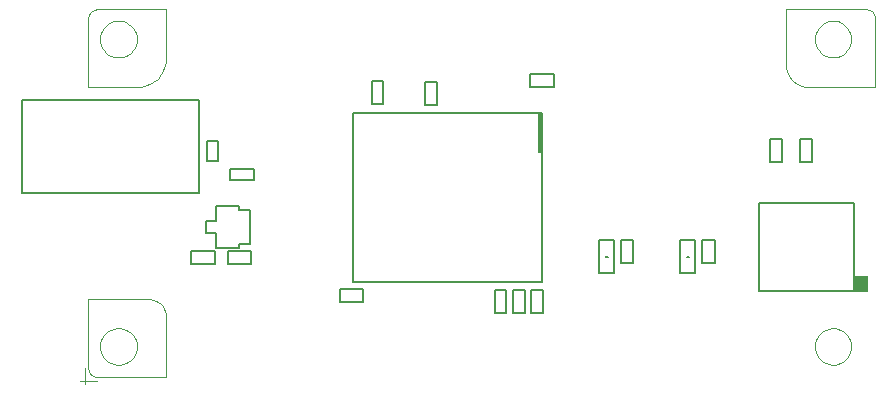
<source format=gm1>
G04*
G04 #@! TF.GenerationSoftware,Altium Limited,Altium Designer,21.6.4 (81)*
G04*
G04 Layer_Color=16711935*
%FSLAX25Y25*%
%MOIN*%
G70*
G04*
G04 #@! TF.SameCoordinates,EC57A691-81B7-4C8C-A3E3-72FCA770F10A*
G04*
G04*
G04 #@! TF.FilePolarity,Positive*
G04*
G01*
G75*
%ADD10C,0.00700*%
%ADD11C,0.00600*%
%ADD12C,0.00300*%
%ADD15R,0.00397X0.00272*%
%ADD16R,0.04600X0.05500*%
%ADD41C,0.00050*%
%ADD48R,0.01772X0.13681*%
G54D10*
X89272Y32776D02*
X152461D01*
X89272Y89272D02*
X152461D01*
X89272Y32776D02*
Y89272D01*
X152461Y32776D02*
Y89272D01*
X35470Y38845D02*
X43270D01*
Y43045D01*
X35470D02*
X43270D01*
X35470Y38845D02*
Y43045D01*
X198481Y46739D02*
X203481D01*
Y35739D02*
Y46739D01*
X198481Y35739D02*
X203481D01*
X198481D02*
Y46739D01*
X40571Y79678D02*
X44371D01*
Y73078D02*
Y79678D01*
X40571Y73078D02*
X44371D01*
X40571D02*
Y79678D01*
X256290Y29744D02*
Y59244D01*
X224583Y29744D02*
Y59244D01*
Y29744D02*
X256290D01*
X224583Y59244D02*
X256290D01*
X-20805Y93553D02*
X37978D01*
X-20805Y62353D02*
X37978D01*
Y93553D01*
X-20805Y62353D02*
Y93553D01*
X48462Y66755D02*
X56262D01*
Y70555D01*
X48462D02*
X56262D01*
X48462Y66755D02*
Y70555D01*
X136683Y22478D02*
Y30278D01*
Y22478D02*
X140483D01*
Y30278D01*
X136683D02*
X140483D01*
X142807Y22478D02*
Y30278D01*
Y22478D02*
X146607D01*
Y30278D01*
X142807D02*
X146607D01*
X148883Y22478D02*
Y30278D01*
Y22478D02*
X152683D01*
Y30278D01*
X148883D02*
X152683D01*
X99541Y92163D02*
Y99963D01*
X95741D02*
X99541D01*
X95741Y92163D02*
Y99963D01*
Y92163D02*
X99541D01*
X171316Y46739D02*
X176316D01*
Y35739D02*
Y46739D01*
X171316Y35739D02*
X176316D01*
X171316D02*
Y46739D01*
X113254Y91769D02*
Y99569D01*
Y91769D02*
X117454D01*
Y99569D01*
X113254D02*
X117454D01*
X178609Y39013D02*
Y46813D01*
Y39013D02*
X182809D01*
Y46813D01*
X178609D02*
X182809D01*
X205774Y39013D02*
Y46813D01*
Y39013D02*
X209974D01*
Y46813D01*
X205774D02*
X209974D01*
X232438Y72872D02*
Y80672D01*
X228238D02*
X232438D01*
X228238Y72872D02*
Y80672D01*
Y72872D02*
X232438D01*
X242498D02*
Y80672D01*
X238298D02*
X242498D01*
X238298Y72872D02*
Y80672D01*
Y72872D02*
X242498D01*
X148462Y97900D02*
X156262D01*
Y102100D01*
X148462D02*
X156262D01*
X148462Y97900D02*
Y102100D01*
X47675Y43045D02*
X55475D01*
X47675Y38845D02*
Y43045D01*
Y38845D02*
X55475D01*
Y43045D01*
X85076Y26247D02*
X92876D01*
Y30446D01*
X85076D02*
X92876D01*
X85076Y26247D02*
Y30446D01*
G54D11*
X43888Y44281D02*
X51388D01*
X43888Y53281D02*
Y58081D01*
X51388Y44281D02*
Y45479D01*
X54938D01*
X43888Y44281D02*
Y49081D01*
X40338Y53281D02*
X43888D01*
X40338Y49081D02*
X43888D01*
Y58081D02*
X51388D01*
X54938Y45479D02*
Y56884D01*
X40338Y49081D02*
Y53281D01*
X51388Y56884D02*
X54938D01*
X51388D02*
Y58081D01*
G54D12*
X200506Y41114D02*
X201406D01*
X200506D02*
X200956Y41564D01*
X201406Y41114D01*
X173341D02*
X174241D01*
X173341D02*
X173791Y41564D01*
X174241Y41114D01*
G54D15*
X200972Y41248D02*
D03*
X173807D02*
D03*
G54D16*
X258690Y32148D02*
D03*
G54D41*
X1189Y4034D02*
X1371Y3138D01*
X1814Y2338D01*
X2476Y1707D01*
X3297Y1304D01*
X4201Y1165D01*
X26937Y22051D02*
X26786Y23038D01*
X26452Y23978D01*
X25947Y24839D01*
X25289Y25590D01*
X24502Y26203D01*
X23613Y26658D01*
X22655Y26937D01*
X21661Y27031D01*
X1189Y4034D02*
X1371Y3138D01*
X1814Y2338D01*
X2476Y1707D01*
X3297Y1304D01*
X4201Y1165D01*
X26937Y22051D02*
X26786Y23038D01*
X26452Y23978D01*
X25947Y24839D01*
X25289Y25590D01*
X24502Y26203D01*
X23613Y26658D01*
X22655Y26937D01*
X21661Y27031D01*
X263272Y121074D02*
X262966Y122137D01*
X262297Y123019D01*
X261355Y123600D01*
X260268Y123803D01*
X233626Y105051D02*
X233743Y104026D01*
X234000Y103026D01*
X234393Y102072D01*
X234915Y101182D01*
X235554Y100372D01*
X236300Y99658D01*
X237137Y99055D01*
X238049Y98573D01*
X239020Y98222D01*
X240030Y98009D01*
X241059Y97937D01*
X17752Y97937D02*
X18718Y97988D01*
X19674Y98139D01*
X20609Y98390D01*
X21512Y98738D01*
X22374Y99178D01*
X23185Y99705D01*
X23936Y100315D01*
X24619Y101000D01*
X25227Y101753D01*
X25753Y102566D01*
X26191Y103429D01*
X26536Y104333D01*
X26784Y105268D01*
X26933Y106224D01*
X4185Y123803D02*
X3259Y123656D01*
X2423Y123231D01*
X1759Y122568D01*
X1333Y121733D01*
X1185Y120807D01*
X255516Y113764D02*
X255433Y114768D01*
X255185Y115745D01*
X254780Y116668D01*
X254229Y117512D01*
X253546Y118253D01*
X252751Y118872D01*
X251865Y119352D01*
X250911Y119679D01*
X249917Y119845D01*
X248909D01*
X247915Y119679D01*
X246962Y119352D01*
X246076Y118872D01*
X245280Y118253D01*
X244598Y117512D01*
X244046Y116668D01*
X243642Y115745D01*
X243394Y114768D01*
X243311Y113764D01*
X243394Y112759D01*
X243642Y111782D01*
X244046Y110859D01*
X244598Y110016D01*
X245280Y109274D01*
X246076Y108655D01*
X246962Y108175D01*
X247915Y107848D01*
X248909Y107682D01*
X249917D01*
X250911Y107848D01*
X251865Y108175D01*
X252751Y108655D01*
X253546Y109274D01*
X254229Y110016D01*
X254780Y110859D01*
X255185Y111782D01*
X255433Y112759D01*
X255516Y113764D01*
X17327Y11402D02*
X17244Y12406D01*
X16996Y13383D01*
X16591Y14306D01*
X16040Y15150D01*
X15357Y15891D01*
X14562Y16510D01*
X13676Y16990D01*
X12722Y17317D01*
X11728Y17483D01*
X10721D01*
X9726Y17317D01*
X8773Y16990D01*
X7887Y16510D01*
X7091Y15891D01*
X6409Y15150D01*
X5858Y14306D01*
X5453Y13383D01*
X5205Y12406D01*
X5122Y11402D01*
X5205Y10397D01*
X5453Y9420D01*
X5858Y8497D01*
X6409Y7653D01*
X7091Y6912D01*
X7887Y6293D01*
X8773Y5813D01*
X9726Y5486D01*
X10721Y5320D01*
X11728D01*
X12722Y5486D01*
X13676Y5813D01*
X14562Y6293D01*
X15357Y6912D01*
X16040Y7653D01*
X16591Y8497D01*
X16996Y9420D01*
X17244Y10397D01*
X17327Y11402D01*
X255516D02*
X255433Y12406D01*
X255185Y13383D01*
X254780Y14306D01*
X254229Y15150D01*
X253546Y15891D01*
X252751Y16510D01*
X251865Y16990D01*
X250911Y17317D01*
X249917Y17483D01*
X248909D01*
X247915Y17317D01*
X246962Y16990D01*
X246076Y16510D01*
X245280Y15891D01*
X244598Y15150D01*
X244046Y14306D01*
X243642Y13383D01*
X243394Y12406D01*
X243311Y11402D01*
X243394Y10397D01*
X243642Y9420D01*
X244046Y8497D01*
X244598Y7653D01*
X245280Y6912D01*
X246076Y6293D01*
X246962Y5813D01*
X247915Y5486D01*
X248909Y5320D01*
X249917D01*
X250911Y5486D01*
X251865Y5813D01*
X252751Y6293D01*
X253546Y6912D01*
X254229Y7653D01*
X254780Y8497D01*
X255185Y9420D01*
X255433Y10397D01*
X255516Y11402D01*
X17327Y113764D02*
X17244Y114768D01*
X16996Y115745D01*
X16591Y116668D01*
X16040Y117512D01*
X15357Y118253D01*
X14562Y118872D01*
X13676Y119352D01*
X12722Y119679D01*
X11728Y119845D01*
X10721D01*
X9726Y119679D01*
X8773Y119352D01*
X7887Y118872D01*
X7091Y118253D01*
X6409Y117512D01*
X5858Y116668D01*
X5453Y115745D01*
X5205Y114768D01*
X5122Y113764D01*
X5205Y112759D01*
X5453Y111782D01*
X5858Y110859D01*
X6409Y110016D01*
X7091Y109274D01*
X7887Y108655D01*
X8773Y108175D01*
X9726Y107848D01*
X10721Y107682D01*
X11728D01*
X12722Y107848D01*
X13676Y108175D01*
X14562Y108655D01*
X15357Y109274D01*
X16040Y110016D01*
X16591Y110859D01*
X16996Y111782D01*
X17244Y112759D01*
X17327Y113764D01*
X1189Y27031D02*
X21661D01*
X1189D02*
X21661D01*
X26937Y1165D02*
Y22051D01*
X4201Y1165D02*
X26937D01*
X1189Y4034D02*
Y27031D01*
X4201Y1165D02*
X26937D01*
Y22051D01*
X1189Y4034D02*
Y27031D01*
X263272Y97937D02*
Y121074D01*
X241059Y97937D02*
X263272D01*
X233626Y105051D02*
Y123803D01*
X260268D01*
X1185Y97937D02*
Y120807D01*
X26933Y106224D02*
Y123803D01*
X1185Y97937D02*
X17752D01*
X4185Y123803D02*
X26933D01*
X-1492Y0D02*
X4114D01*
X0Y-1008D02*
Y4114D01*
G54D48*
X151575Y82431D02*
D03*
M02*

</source>
